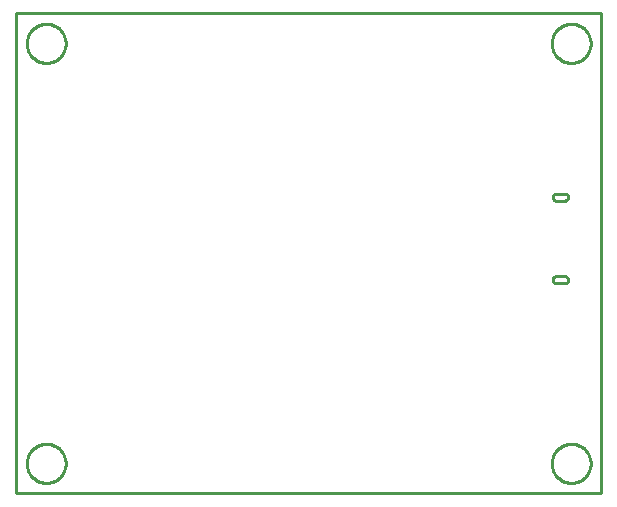
<source format=gbr>
G04 EAGLE Gerber RS-274X export*
G75*
%MOMM*%
%FSLAX34Y34*%
%LPD*%
%IN*%
%IPPOS*%
%AMOC8*
5,1,8,0,0,1.08239X$1,22.5*%
G01*
%ADD10C,0.254000*%


D10*
X165100Y381000D02*
X660400Y381000D01*
X660400Y787400D01*
X165100Y787400D01*
X165100Y381000D01*
X619300Y631900D02*
X619311Y631639D01*
X619346Y631379D01*
X619402Y631124D01*
X619481Y630874D01*
X619581Y630632D01*
X619702Y630400D01*
X619843Y630179D01*
X620002Y629972D01*
X620179Y629779D01*
X620372Y629602D01*
X620579Y629443D01*
X620800Y629302D01*
X621032Y629181D01*
X621274Y629081D01*
X621524Y629002D01*
X621779Y628946D01*
X622039Y628911D01*
X622300Y628900D01*
X629300Y628900D01*
X629561Y628911D01*
X629821Y628946D01*
X630076Y629002D01*
X630326Y629081D01*
X630568Y629181D01*
X630800Y629302D01*
X631021Y629443D01*
X631228Y629602D01*
X631421Y629779D01*
X631598Y629972D01*
X631757Y630179D01*
X631898Y630400D01*
X632019Y630632D01*
X632119Y630874D01*
X632198Y631124D01*
X632254Y631379D01*
X632289Y631639D01*
X632300Y631900D01*
X632289Y632161D01*
X632254Y632421D01*
X632198Y632676D01*
X632119Y632926D01*
X632019Y633168D01*
X631898Y633400D01*
X631757Y633621D01*
X631598Y633828D01*
X631421Y634021D01*
X631228Y634198D01*
X631021Y634357D01*
X630800Y634498D01*
X630568Y634619D01*
X630326Y634719D01*
X630076Y634798D01*
X629821Y634854D01*
X629561Y634889D01*
X629300Y634900D01*
X622300Y634900D01*
X622039Y634889D01*
X621779Y634854D01*
X621524Y634798D01*
X621274Y634719D01*
X621032Y634619D01*
X620800Y634498D01*
X620579Y634357D01*
X620372Y634198D01*
X620179Y634021D01*
X620002Y633828D01*
X619843Y633621D01*
X619702Y633400D01*
X619581Y633168D01*
X619481Y632926D01*
X619402Y632676D01*
X619346Y632421D01*
X619311Y632161D01*
X619300Y631900D01*
X619300Y561900D02*
X619311Y561639D01*
X619346Y561379D01*
X619402Y561124D01*
X619481Y560874D01*
X619581Y560632D01*
X619702Y560400D01*
X619843Y560179D01*
X620002Y559972D01*
X620179Y559779D01*
X620372Y559602D01*
X620579Y559443D01*
X620800Y559302D01*
X621032Y559181D01*
X621274Y559081D01*
X621524Y559002D01*
X621779Y558946D01*
X622039Y558911D01*
X622300Y558900D01*
X629300Y558900D01*
X629561Y558911D01*
X629821Y558946D01*
X630076Y559002D01*
X630326Y559081D01*
X630568Y559181D01*
X630800Y559302D01*
X631021Y559443D01*
X631228Y559602D01*
X631421Y559779D01*
X631598Y559972D01*
X631757Y560179D01*
X631898Y560400D01*
X632019Y560632D01*
X632119Y560874D01*
X632198Y561124D01*
X632254Y561379D01*
X632289Y561639D01*
X632300Y561900D01*
X632289Y562161D01*
X632254Y562421D01*
X632198Y562676D01*
X632119Y562926D01*
X632019Y563168D01*
X631898Y563400D01*
X631757Y563621D01*
X631598Y563828D01*
X631421Y564021D01*
X631228Y564198D01*
X631021Y564357D01*
X630800Y564498D01*
X630568Y564619D01*
X630326Y564719D01*
X630076Y564798D01*
X629821Y564854D01*
X629561Y564889D01*
X629300Y564900D01*
X622300Y564900D01*
X622039Y564889D01*
X621779Y564854D01*
X621524Y564798D01*
X621274Y564719D01*
X621032Y564619D01*
X620800Y564498D01*
X620579Y564357D01*
X620372Y564198D01*
X620179Y564021D01*
X620002Y563828D01*
X619843Y563621D01*
X619702Y563400D01*
X619581Y563168D01*
X619481Y562926D01*
X619402Y562676D01*
X619346Y562421D01*
X619311Y562161D01*
X619300Y561900D01*
X207010Y761460D02*
X206939Y760381D01*
X206798Y759309D01*
X206587Y758249D01*
X206308Y757205D01*
X205960Y756181D01*
X205546Y755183D01*
X205068Y754213D01*
X204528Y753277D01*
X203927Y752378D01*
X203269Y751521D01*
X202557Y750708D01*
X201792Y749944D01*
X200979Y749231D01*
X200122Y748573D01*
X199223Y747972D01*
X198287Y747432D01*
X197317Y746954D01*
X196319Y746540D01*
X195295Y746192D01*
X194251Y745913D01*
X193191Y745702D01*
X192119Y745561D01*
X191040Y745490D01*
X189960Y745490D01*
X188881Y745561D01*
X187809Y745702D01*
X186749Y745913D01*
X185705Y746192D01*
X184681Y746540D01*
X183683Y746954D01*
X182713Y747432D01*
X181777Y747972D01*
X180878Y748573D01*
X180021Y749231D01*
X179208Y749944D01*
X178444Y750708D01*
X177731Y751521D01*
X177073Y752378D01*
X176472Y753277D01*
X175932Y754213D01*
X175454Y755183D01*
X175040Y756181D01*
X174692Y757205D01*
X174413Y758249D01*
X174202Y759309D01*
X174061Y760381D01*
X173990Y761460D01*
X173990Y762540D01*
X174061Y763619D01*
X174202Y764691D01*
X174413Y765751D01*
X174692Y766795D01*
X175040Y767819D01*
X175454Y768817D01*
X175932Y769787D01*
X176472Y770723D01*
X177073Y771622D01*
X177731Y772479D01*
X178444Y773292D01*
X179208Y774057D01*
X180021Y774769D01*
X180878Y775427D01*
X181777Y776028D01*
X182713Y776568D01*
X183683Y777046D01*
X184681Y777460D01*
X185705Y777808D01*
X186749Y778087D01*
X187809Y778298D01*
X188881Y778439D01*
X189960Y778510D01*
X191040Y778510D01*
X192119Y778439D01*
X193191Y778298D01*
X194251Y778087D01*
X195295Y777808D01*
X196319Y777460D01*
X197317Y777046D01*
X198287Y776568D01*
X199223Y776028D01*
X200122Y775427D01*
X200979Y774769D01*
X201792Y774057D01*
X202557Y773292D01*
X203269Y772479D01*
X203927Y771622D01*
X204528Y770723D01*
X205068Y769787D01*
X205546Y768817D01*
X205960Y767819D01*
X206308Y766795D01*
X206587Y765751D01*
X206798Y764691D01*
X206939Y763619D01*
X207010Y762540D01*
X207010Y761460D01*
X651510Y761460D02*
X651439Y760381D01*
X651298Y759309D01*
X651087Y758249D01*
X650808Y757205D01*
X650460Y756181D01*
X650046Y755183D01*
X649568Y754213D01*
X649028Y753277D01*
X648427Y752378D01*
X647769Y751521D01*
X647057Y750708D01*
X646292Y749944D01*
X645479Y749231D01*
X644622Y748573D01*
X643723Y747972D01*
X642787Y747432D01*
X641817Y746954D01*
X640819Y746540D01*
X639795Y746192D01*
X638751Y745913D01*
X637691Y745702D01*
X636619Y745561D01*
X635540Y745490D01*
X634460Y745490D01*
X633381Y745561D01*
X632309Y745702D01*
X631249Y745913D01*
X630205Y746192D01*
X629181Y746540D01*
X628183Y746954D01*
X627213Y747432D01*
X626277Y747972D01*
X625378Y748573D01*
X624521Y749231D01*
X623708Y749944D01*
X622944Y750708D01*
X622231Y751521D01*
X621573Y752378D01*
X620972Y753277D01*
X620432Y754213D01*
X619954Y755183D01*
X619540Y756181D01*
X619192Y757205D01*
X618913Y758249D01*
X618702Y759309D01*
X618561Y760381D01*
X618490Y761460D01*
X618490Y762540D01*
X618561Y763619D01*
X618702Y764691D01*
X618913Y765751D01*
X619192Y766795D01*
X619540Y767819D01*
X619954Y768817D01*
X620432Y769787D01*
X620972Y770723D01*
X621573Y771622D01*
X622231Y772479D01*
X622944Y773292D01*
X623708Y774057D01*
X624521Y774769D01*
X625378Y775427D01*
X626277Y776028D01*
X627213Y776568D01*
X628183Y777046D01*
X629181Y777460D01*
X630205Y777808D01*
X631249Y778087D01*
X632309Y778298D01*
X633381Y778439D01*
X634460Y778510D01*
X635540Y778510D01*
X636619Y778439D01*
X637691Y778298D01*
X638751Y778087D01*
X639795Y777808D01*
X640819Y777460D01*
X641817Y777046D01*
X642787Y776568D01*
X643723Y776028D01*
X644622Y775427D01*
X645479Y774769D01*
X646292Y774057D01*
X647057Y773292D01*
X647769Y772479D01*
X648427Y771622D01*
X649028Y770723D01*
X649568Y769787D01*
X650046Y768817D01*
X650460Y767819D01*
X650808Y766795D01*
X651087Y765751D01*
X651298Y764691D01*
X651439Y763619D01*
X651510Y762540D01*
X651510Y761460D01*
X207010Y405860D02*
X206939Y404781D01*
X206798Y403709D01*
X206587Y402649D01*
X206308Y401605D01*
X205960Y400581D01*
X205546Y399583D01*
X205068Y398613D01*
X204528Y397677D01*
X203927Y396778D01*
X203269Y395921D01*
X202557Y395108D01*
X201792Y394344D01*
X200979Y393631D01*
X200122Y392973D01*
X199223Y392372D01*
X198287Y391832D01*
X197317Y391354D01*
X196319Y390940D01*
X195295Y390592D01*
X194251Y390313D01*
X193191Y390102D01*
X192119Y389961D01*
X191040Y389890D01*
X189960Y389890D01*
X188881Y389961D01*
X187809Y390102D01*
X186749Y390313D01*
X185705Y390592D01*
X184681Y390940D01*
X183683Y391354D01*
X182713Y391832D01*
X181777Y392372D01*
X180878Y392973D01*
X180021Y393631D01*
X179208Y394344D01*
X178444Y395108D01*
X177731Y395921D01*
X177073Y396778D01*
X176472Y397677D01*
X175932Y398613D01*
X175454Y399583D01*
X175040Y400581D01*
X174692Y401605D01*
X174413Y402649D01*
X174202Y403709D01*
X174061Y404781D01*
X173990Y405860D01*
X173990Y406940D01*
X174061Y408019D01*
X174202Y409091D01*
X174413Y410151D01*
X174692Y411195D01*
X175040Y412219D01*
X175454Y413217D01*
X175932Y414187D01*
X176472Y415123D01*
X177073Y416022D01*
X177731Y416879D01*
X178444Y417692D01*
X179208Y418457D01*
X180021Y419169D01*
X180878Y419827D01*
X181777Y420428D01*
X182713Y420968D01*
X183683Y421446D01*
X184681Y421860D01*
X185705Y422208D01*
X186749Y422487D01*
X187809Y422698D01*
X188881Y422839D01*
X189960Y422910D01*
X191040Y422910D01*
X192119Y422839D01*
X193191Y422698D01*
X194251Y422487D01*
X195295Y422208D01*
X196319Y421860D01*
X197317Y421446D01*
X198287Y420968D01*
X199223Y420428D01*
X200122Y419827D01*
X200979Y419169D01*
X201792Y418457D01*
X202557Y417692D01*
X203269Y416879D01*
X203927Y416022D01*
X204528Y415123D01*
X205068Y414187D01*
X205546Y413217D01*
X205960Y412219D01*
X206308Y411195D01*
X206587Y410151D01*
X206798Y409091D01*
X206939Y408019D01*
X207010Y406940D01*
X207010Y405860D01*
X651510Y405860D02*
X651439Y404781D01*
X651298Y403709D01*
X651087Y402649D01*
X650808Y401605D01*
X650460Y400581D01*
X650046Y399583D01*
X649568Y398613D01*
X649028Y397677D01*
X648427Y396778D01*
X647769Y395921D01*
X647057Y395108D01*
X646292Y394344D01*
X645479Y393631D01*
X644622Y392973D01*
X643723Y392372D01*
X642787Y391832D01*
X641817Y391354D01*
X640819Y390940D01*
X639795Y390592D01*
X638751Y390313D01*
X637691Y390102D01*
X636619Y389961D01*
X635540Y389890D01*
X634460Y389890D01*
X633381Y389961D01*
X632309Y390102D01*
X631249Y390313D01*
X630205Y390592D01*
X629181Y390940D01*
X628183Y391354D01*
X627213Y391832D01*
X626277Y392372D01*
X625378Y392973D01*
X624521Y393631D01*
X623708Y394344D01*
X622944Y395108D01*
X622231Y395921D01*
X621573Y396778D01*
X620972Y397677D01*
X620432Y398613D01*
X619954Y399583D01*
X619540Y400581D01*
X619192Y401605D01*
X618913Y402649D01*
X618702Y403709D01*
X618561Y404781D01*
X618490Y405860D01*
X618490Y406940D01*
X618561Y408019D01*
X618702Y409091D01*
X618913Y410151D01*
X619192Y411195D01*
X619540Y412219D01*
X619954Y413217D01*
X620432Y414187D01*
X620972Y415123D01*
X621573Y416022D01*
X622231Y416879D01*
X622944Y417692D01*
X623708Y418457D01*
X624521Y419169D01*
X625378Y419827D01*
X626277Y420428D01*
X627213Y420968D01*
X628183Y421446D01*
X629181Y421860D01*
X630205Y422208D01*
X631249Y422487D01*
X632309Y422698D01*
X633381Y422839D01*
X634460Y422910D01*
X635540Y422910D01*
X636619Y422839D01*
X637691Y422698D01*
X638751Y422487D01*
X639795Y422208D01*
X640819Y421860D01*
X641817Y421446D01*
X642787Y420968D01*
X643723Y420428D01*
X644622Y419827D01*
X645479Y419169D01*
X646292Y418457D01*
X647057Y417692D01*
X647769Y416879D01*
X648427Y416022D01*
X649028Y415123D01*
X649568Y414187D01*
X650046Y413217D01*
X650460Y412219D01*
X650808Y411195D01*
X651087Y410151D01*
X651298Y409091D01*
X651439Y408019D01*
X651510Y406940D01*
X651510Y405860D01*
M02*

</source>
